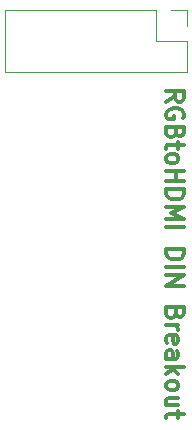
<source format=gbr>
%TF.GenerationSoftware,KiCad,Pcbnew,(6.0.11)*%
%TF.CreationDate,2024-01-24T23:02:21+00:00*%
%TF.ProjectId,RGBtoHDMI_DIN,52474274-6f48-4444-9d49-5f44494e2e6b,rev?*%
%TF.SameCoordinates,Original*%
%TF.FileFunction,Legend,Top*%
%TF.FilePolarity,Positive*%
%FSLAX46Y46*%
G04 Gerber Fmt 4.6, Leading zero omitted, Abs format (unit mm)*
G04 Created by KiCad (PCBNEW (6.0.11)) date 2024-01-24 23:02:21*
%MOMM*%
%LPD*%
G01*
G04 APERTURE LIST*
%ADD10C,0.300000*%
%ADD11C,0.120000*%
G04 APERTURE END LIST*
D10*
X153631428Y-75152857D02*
X154345714Y-74652857D01*
X153631428Y-74295714D02*
X155131428Y-74295714D01*
X155131428Y-74867142D01*
X155060000Y-75010000D01*
X154988571Y-75081428D01*
X154845714Y-75152857D01*
X154631428Y-75152857D01*
X154488571Y-75081428D01*
X154417142Y-75010000D01*
X154345714Y-74867142D01*
X154345714Y-74295714D01*
X155060000Y-76581428D02*
X155131428Y-76438571D01*
X155131428Y-76224285D01*
X155060000Y-76010000D01*
X154917142Y-75867142D01*
X154774285Y-75795714D01*
X154488571Y-75724285D01*
X154274285Y-75724285D01*
X153988571Y-75795714D01*
X153845714Y-75867142D01*
X153702857Y-76010000D01*
X153631428Y-76224285D01*
X153631428Y-76367142D01*
X153702857Y-76581428D01*
X153774285Y-76652857D01*
X154274285Y-76652857D01*
X154274285Y-76367142D01*
X154417142Y-77795714D02*
X154345714Y-78010000D01*
X154274285Y-78081428D01*
X154131428Y-78152857D01*
X153917142Y-78152857D01*
X153774285Y-78081428D01*
X153702857Y-78010000D01*
X153631428Y-77867142D01*
X153631428Y-77295714D01*
X155131428Y-77295714D01*
X155131428Y-77795714D01*
X155060000Y-77938571D01*
X154988571Y-78010000D01*
X154845714Y-78081428D01*
X154702857Y-78081428D01*
X154560000Y-78010000D01*
X154488571Y-77938571D01*
X154417142Y-77795714D01*
X154417142Y-77295714D01*
X154631428Y-78581428D02*
X154631428Y-79152857D01*
X155131428Y-78795714D02*
X153845714Y-78795714D01*
X153702857Y-78867142D01*
X153631428Y-79010000D01*
X153631428Y-79152857D01*
X153631428Y-79867142D02*
X153702857Y-79724285D01*
X153774285Y-79652857D01*
X153917142Y-79581428D01*
X154345714Y-79581428D01*
X154488571Y-79652857D01*
X154560000Y-79724285D01*
X154631428Y-79867142D01*
X154631428Y-80081428D01*
X154560000Y-80224285D01*
X154488571Y-80295714D01*
X154345714Y-80367142D01*
X153917142Y-80367142D01*
X153774285Y-80295714D01*
X153702857Y-80224285D01*
X153631428Y-80081428D01*
X153631428Y-79867142D01*
X153631428Y-81010000D02*
X155131428Y-81010000D01*
X154417142Y-81010000D02*
X154417142Y-81867142D01*
X153631428Y-81867142D02*
X155131428Y-81867142D01*
X153631428Y-82581428D02*
X155131428Y-82581428D01*
X155131428Y-82938571D01*
X155060000Y-83152857D01*
X154917142Y-83295714D01*
X154774285Y-83367142D01*
X154488571Y-83438571D01*
X154274285Y-83438571D01*
X153988571Y-83367142D01*
X153845714Y-83295714D01*
X153702857Y-83152857D01*
X153631428Y-82938571D01*
X153631428Y-82581428D01*
X153631428Y-84081428D02*
X155131428Y-84081428D01*
X154060000Y-84581428D01*
X155131428Y-85081428D01*
X153631428Y-85081428D01*
X153631428Y-85795714D02*
X155131428Y-85795714D01*
X153631428Y-87652857D02*
X155131428Y-87652857D01*
X155131428Y-88010000D01*
X155060000Y-88224285D01*
X154917142Y-88367142D01*
X154774285Y-88438571D01*
X154488571Y-88510000D01*
X154274285Y-88510000D01*
X153988571Y-88438571D01*
X153845714Y-88367142D01*
X153702857Y-88224285D01*
X153631428Y-88010000D01*
X153631428Y-87652857D01*
X153631428Y-89152857D02*
X155131428Y-89152857D01*
X153631428Y-89867142D02*
X155131428Y-89867142D01*
X153631428Y-90724285D01*
X155131428Y-90724285D01*
X154417142Y-93081428D02*
X154345714Y-93295714D01*
X154274285Y-93367142D01*
X154131428Y-93438571D01*
X153917142Y-93438571D01*
X153774285Y-93367142D01*
X153702857Y-93295714D01*
X153631428Y-93152857D01*
X153631428Y-92581428D01*
X155131428Y-92581428D01*
X155131428Y-93081428D01*
X155060000Y-93224285D01*
X154988571Y-93295714D01*
X154845714Y-93367142D01*
X154702857Y-93367142D01*
X154560000Y-93295714D01*
X154488571Y-93224285D01*
X154417142Y-93081428D01*
X154417142Y-92581428D01*
X153631428Y-94081428D02*
X154631428Y-94081428D01*
X154345714Y-94081428D02*
X154488571Y-94152857D01*
X154560000Y-94224285D01*
X154631428Y-94367142D01*
X154631428Y-94510000D01*
X153702857Y-95581428D02*
X153631428Y-95438571D01*
X153631428Y-95152857D01*
X153702857Y-95010000D01*
X153845714Y-94938571D01*
X154417142Y-94938571D01*
X154560000Y-95010000D01*
X154631428Y-95152857D01*
X154631428Y-95438571D01*
X154560000Y-95581428D01*
X154417142Y-95652857D01*
X154274285Y-95652857D01*
X154131428Y-94938571D01*
X153631428Y-96938571D02*
X154417142Y-96938571D01*
X154560000Y-96867142D01*
X154631428Y-96724285D01*
X154631428Y-96438571D01*
X154560000Y-96295714D01*
X153702857Y-96938571D02*
X153631428Y-96795714D01*
X153631428Y-96438571D01*
X153702857Y-96295714D01*
X153845714Y-96224285D01*
X153988571Y-96224285D01*
X154131428Y-96295714D01*
X154202857Y-96438571D01*
X154202857Y-96795714D01*
X154274285Y-96938571D01*
X153631428Y-97652857D02*
X155131428Y-97652857D01*
X154202857Y-97795714D02*
X153631428Y-98224285D01*
X154631428Y-98224285D02*
X154060000Y-97652857D01*
X153631428Y-99081428D02*
X153702857Y-98938571D01*
X153774285Y-98867142D01*
X153917142Y-98795714D01*
X154345714Y-98795714D01*
X154488571Y-98867142D01*
X154560000Y-98938571D01*
X154631428Y-99081428D01*
X154631428Y-99295714D01*
X154560000Y-99438571D01*
X154488571Y-99510000D01*
X154345714Y-99581428D01*
X153917142Y-99581428D01*
X153774285Y-99510000D01*
X153702857Y-99438571D01*
X153631428Y-99295714D01*
X153631428Y-99081428D01*
X154631428Y-100867142D02*
X153631428Y-100867142D01*
X154631428Y-100224285D02*
X153845714Y-100224285D01*
X153702857Y-100295714D01*
X153631428Y-100438571D01*
X153631428Y-100652857D01*
X153702857Y-100795714D01*
X153774285Y-100867142D01*
X154631428Y-101367142D02*
X154631428Y-101938571D01*
X155131428Y-101581428D02*
X153845714Y-101581428D01*
X153702857Y-101652857D01*
X153631428Y-101795714D01*
X153631428Y-101938571D01*
D11*
%TO.C,J2*%
X155350000Y-67435000D02*
X155350000Y-68765000D01*
X154020000Y-67435000D02*
X155350000Y-67435000D01*
X152750000Y-67435000D02*
X152750000Y-70035000D01*
X155350000Y-72635000D02*
X139990000Y-72635000D01*
X152750000Y-67435000D02*
X139990000Y-67435000D01*
X155350000Y-70035000D02*
X155350000Y-72635000D01*
X152750000Y-70035000D02*
X155350000Y-70035000D01*
X139990000Y-67435000D02*
X139990000Y-72635000D01*
%TD*%
M02*

</source>
